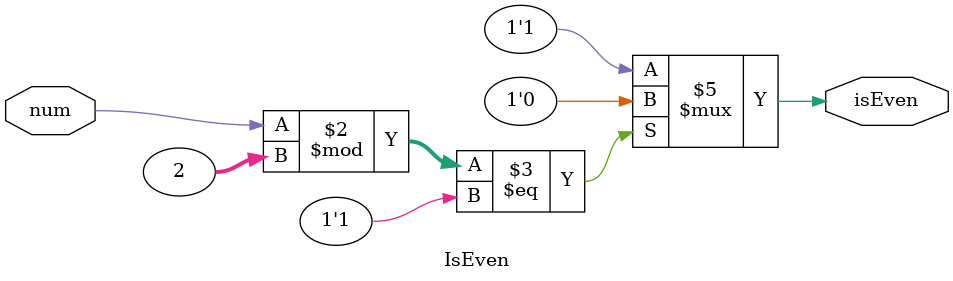
<source format=v>
/* ***************************************************************\
| Name of program : IsEven
| Author : Charles Heckel
| Date Created : 6/04/2018
| Date last updated : 6/04/2018
| Function : implementation of homework 2 question 1
| Method : 
| Inputs : num		- number to be tested for even-ness
| Output : isEven	- single bit boolean value
| Additional Comments : (Extras)
\*****************************************************************/

module IsEven(input num, output reg isEven);
  always@(num)
  begin
    isEven = 1'b1;	// assume guilty until proven innocent
    if(num % 2 == 1'b1)	// if num%2 has a remainder ...
    begin
      isEven = 1'b0;	// ... set boolean flag to false
    end // if
  end // always

endmodule
</source>
